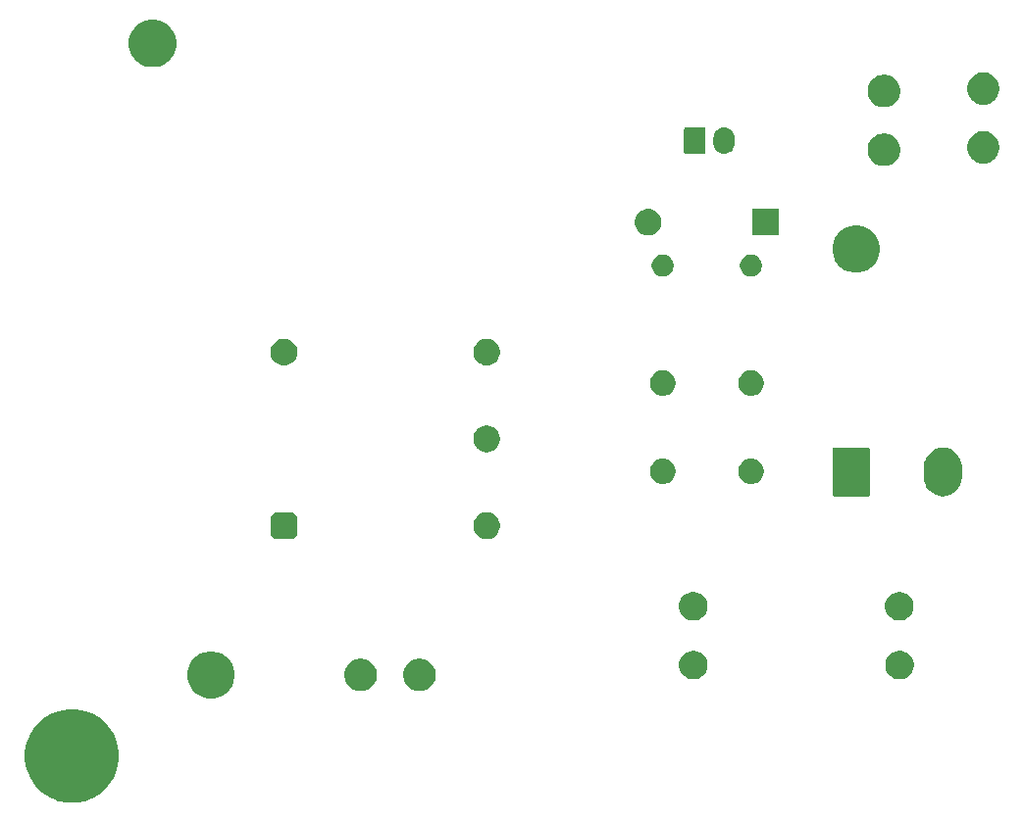
<source format=gbs>
G04 #@! TF.GenerationSoftware,KiCad,Pcbnew,(5.1.5-0-10_14)*
G04 #@! TF.CreationDate,2020-11-16T15:22:10+01:00*
G04 #@! TF.ProjectId,AC_board,41435f62-6f61-4726-942e-6b696361645f,v01*
G04 #@! TF.SameCoordinates,Original*
G04 #@! TF.FileFunction,Soldermask,Bot*
G04 #@! TF.FilePolarity,Negative*
%FSLAX46Y46*%
G04 Gerber Fmt 4.6, Leading zero omitted, Abs format (unit mm)*
G04 Created by KiCad (PCBNEW (5.1.5-0-10_14)) date 2020-11-16 15:22:10*
%MOMM*%
%LPD*%
G04 APERTURE LIST*
%ADD10C,0.100000*%
G04 APERTURE END LIST*
D10*
G36*
X76181632Y-115104677D02*
G01*
X76487005Y-115231167D01*
X76918868Y-115410050D01*
X77582362Y-115853383D01*
X78146617Y-116417638D01*
X78589950Y-117081132D01*
X78768833Y-117512995D01*
X78895323Y-117818368D01*
X79051000Y-118601010D01*
X79051000Y-119398990D01*
X78895323Y-120181632D01*
X78768833Y-120487005D01*
X78589950Y-120918868D01*
X78146617Y-121582362D01*
X77582362Y-122146617D01*
X76918868Y-122589950D01*
X76487005Y-122768833D01*
X76181632Y-122895323D01*
X75398990Y-123051000D01*
X74601010Y-123051000D01*
X73818368Y-122895323D01*
X73512995Y-122768833D01*
X73081132Y-122589950D01*
X72417638Y-122146617D01*
X71853383Y-121582362D01*
X71410050Y-120918868D01*
X71231167Y-120487005D01*
X71104677Y-120181632D01*
X70949000Y-119398990D01*
X70949000Y-118601010D01*
X71104677Y-117818368D01*
X71231167Y-117512995D01*
X71410050Y-117081132D01*
X71853383Y-116417638D01*
X72417638Y-115853383D01*
X73081132Y-115410050D01*
X73512995Y-115231167D01*
X73818368Y-115104677D01*
X74601010Y-114949000D01*
X75398990Y-114949000D01*
X76181632Y-115104677D01*
G37*
G36*
X87598254Y-110027818D02*
G01*
X87971511Y-110182426D01*
X87971513Y-110182427D01*
X88307436Y-110406884D01*
X88593116Y-110692564D01*
X88811400Y-111019248D01*
X88817574Y-111028489D01*
X88972182Y-111401746D01*
X89051000Y-111797993D01*
X89051000Y-112202007D01*
X88972182Y-112598254D01*
X88817574Y-112971511D01*
X88817573Y-112971513D01*
X88593116Y-113307436D01*
X88307436Y-113593116D01*
X87971513Y-113817573D01*
X87971512Y-113817574D01*
X87971511Y-113817574D01*
X87598254Y-113972182D01*
X87202007Y-114051000D01*
X86797993Y-114051000D01*
X86401746Y-113972182D01*
X86028489Y-113817574D01*
X86028488Y-113817574D01*
X86028487Y-113817573D01*
X85692564Y-113593116D01*
X85406884Y-113307436D01*
X85182427Y-112971513D01*
X85182426Y-112971511D01*
X85027818Y-112598254D01*
X84949000Y-112202007D01*
X84949000Y-111797993D01*
X85027818Y-111401746D01*
X85182426Y-111028489D01*
X85188601Y-111019248D01*
X85406884Y-110692564D01*
X85692564Y-110406884D01*
X86028487Y-110182427D01*
X86028489Y-110182426D01*
X86401746Y-110027818D01*
X86797993Y-109949000D01*
X87202007Y-109949000D01*
X87598254Y-110027818D01*
G37*
G36*
X100238433Y-110634893D02*
G01*
X100328657Y-110652839D01*
X100424561Y-110692564D01*
X100583621Y-110758449D01*
X100619451Y-110782390D01*
X100813086Y-110911772D01*
X101008228Y-111106914D01*
X101110675Y-111260237D01*
X101161551Y-111336379D01*
X101267161Y-111591344D01*
X101321000Y-111862012D01*
X101321000Y-112137988D01*
X101267161Y-112408656D01*
X101161551Y-112663621D01*
X101161550Y-112663622D01*
X101008228Y-112893086D01*
X100813086Y-113088228D01*
X100659763Y-113190675D01*
X100583621Y-113241551D01*
X100434267Y-113303415D01*
X100328657Y-113347161D01*
X100238433Y-113365107D01*
X100057988Y-113401000D01*
X99782012Y-113401000D01*
X99601567Y-113365107D01*
X99511343Y-113347161D01*
X99405733Y-113303415D01*
X99256379Y-113241551D01*
X99180237Y-113190675D01*
X99026914Y-113088228D01*
X98831772Y-112893086D01*
X98678450Y-112663622D01*
X98678449Y-112663621D01*
X98572839Y-112408656D01*
X98519000Y-112137988D01*
X98519000Y-111862012D01*
X98572839Y-111591344D01*
X98678449Y-111336379D01*
X98729325Y-111260237D01*
X98831772Y-111106914D01*
X99026914Y-110911772D01*
X99220549Y-110782390D01*
X99256379Y-110758449D01*
X99415439Y-110692564D01*
X99511343Y-110652839D01*
X99601567Y-110634893D01*
X99782012Y-110599000D01*
X100057988Y-110599000D01*
X100238433Y-110634893D01*
G37*
G36*
X105318433Y-110634893D02*
G01*
X105408657Y-110652839D01*
X105504561Y-110692564D01*
X105663621Y-110758449D01*
X105699451Y-110782390D01*
X105893086Y-110911772D01*
X106088228Y-111106914D01*
X106190675Y-111260237D01*
X106241551Y-111336379D01*
X106347161Y-111591344D01*
X106401000Y-111862012D01*
X106401000Y-112137988D01*
X106347161Y-112408656D01*
X106241551Y-112663621D01*
X106241550Y-112663622D01*
X106088228Y-112893086D01*
X105893086Y-113088228D01*
X105739763Y-113190675D01*
X105663621Y-113241551D01*
X105514267Y-113303415D01*
X105408657Y-113347161D01*
X105318433Y-113365107D01*
X105137988Y-113401000D01*
X104862012Y-113401000D01*
X104681567Y-113365107D01*
X104591343Y-113347161D01*
X104485733Y-113303415D01*
X104336379Y-113241551D01*
X104260237Y-113190675D01*
X104106914Y-113088228D01*
X103911772Y-112893086D01*
X103758450Y-112663622D01*
X103758449Y-112663621D01*
X103652839Y-112408656D01*
X103599000Y-112137988D01*
X103599000Y-111862012D01*
X103652839Y-111591344D01*
X103758449Y-111336379D01*
X103809325Y-111260237D01*
X103911772Y-111106914D01*
X104106914Y-110911772D01*
X104300549Y-110782390D01*
X104336379Y-110758449D01*
X104495439Y-110692564D01*
X104591343Y-110652839D01*
X104681567Y-110634893D01*
X104862012Y-110599000D01*
X105137988Y-110599000D01*
X105318433Y-110634893D01*
G37*
G36*
X146807610Y-109961114D02*
G01*
X146968650Y-110027819D01*
X147030729Y-110053533D01*
X147081269Y-110087303D01*
X147231529Y-110187703D01*
X147402297Y-110358471D01*
X147536468Y-110559273D01*
X147628886Y-110782390D01*
X147676000Y-111019248D01*
X147676000Y-111260752D01*
X147628886Y-111497610D01*
X147536468Y-111720727D01*
X147402297Y-111921529D01*
X147231529Y-112092297D01*
X147081269Y-112192697D01*
X147030729Y-112226467D01*
X147030728Y-112226468D01*
X147030727Y-112226468D01*
X146807610Y-112318886D01*
X146570752Y-112366000D01*
X146329248Y-112366000D01*
X146092390Y-112318886D01*
X145869273Y-112226468D01*
X145869272Y-112226468D01*
X145869271Y-112226467D01*
X145818731Y-112192697D01*
X145668471Y-112092297D01*
X145497703Y-111921529D01*
X145363532Y-111720727D01*
X145271114Y-111497610D01*
X145224000Y-111260752D01*
X145224000Y-111019248D01*
X145271114Y-110782390D01*
X145363532Y-110559273D01*
X145497703Y-110358471D01*
X145668471Y-110187703D01*
X145818731Y-110087303D01*
X145869271Y-110053533D01*
X145931350Y-110027819D01*
X146092390Y-109961114D01*
X146329248Y-109914000D01*
X146570752Y-109914000D01*
X146807610Y-109961114D01*
G37*
G36*
X129007610Y-109961114D02*
G01*
X129168650Y-110027819D01*
X129230729Y-110053533D01*
X129281269Y-110087303D01*
X129431529Y-110187703D01*
X129602297Y-110358471D01*
X129736468Y-110559273D01*
X129828886Y-110782390D01*
X129876000Y-111019248D01*
X129876000Y-111260752D01*
X129828886Y-111497610D01*
X129736468Y-111720727D01*
X129602297Y-111921529D01*
X129431529Y-112092297D01*
X129281269Y-112192697D01*
X129230729Y-112226467D01*
X129230728Y-112226468D01*
X129230727Y-112226468D01*
X129007610Y-112318886D01*
X128770752Y-112366000D01*
X128529248Y-112366000D01*
X128292390Y-112318886D01*
X128069273Y-112226468D01*
X128069272Y-112226468D01*
X128069271Y-112226467D01*
X128018731Y-112192697D01*
X127868471Y-112092297D01*
X127697703Y-111921529D01*
X127563532Y-111720727D01*
X127471114Y-111497610D01*
X127424000Y-111260752D01*
X127424000Y-111019248D01*
X127471114Y-110782390D01*
X127563532Y-110559273D01*
X127697703Y-110358471D01*
X127868471Y-110187703D01*
X128018731Y-110087303D01*
X128069271Y-110053533D01*
X128131350Y-110027819D01*
X128292390Y-109961114D01*
X128529248Y-109914000D01*
X128770752Y-109914000D01*
X129007610Y-109961114D01*
G37*
G36*
X146787610Y-104881114D02*
G01*
X147010727Y-104973532D01*
X147010729Y-104973533D01*
X147061269Y-105007303D01*
X147211529Y-105107703D01*
X147382297Y-105278471D01*
X147516468Y-105479273D01*
X147608886Y-105702390D01*
X147656000Y-105939248D01*
X147656000Y-106180752D01*
X147608886Y-106417610D01*
X147516468Y-106640727D01*
X147382297Y-106841529D01*
X147211529Y-107012297D01*
X147061269Y-107112697D01*
X147010729Y-107146467D01*
X147010728Y-107146468D01*
X147010727Y-107146468D01*
X146787610Y-107238886D01*
X146550752Y-107286000D01*
X146309248Y-107286000D01*
X146072390Y-107238886D01*
X145849273Y-107146468D01*
X145849272Y-107146468D01*
X145849271Y-107146467D01*
X145798731Y-107112697D01*
X145648471Y-107012297D01*
X145477703Y-106841529D01*
X145343532Y-106640727D01*
X145251114Y-106417610D01*
X145204000Y-106180752D01*
X145204000Y-105939248D01*
X145251114Y-105702390D01*
X145343532Y-105479273D01*
X145477703Y-105278471D01*
X145648471Y-105107703D01*
X145798731Y-105007303D01*
X145849271Y-104973533D01*
X145849273Y-104973532D01*
X146072390Y-104881114D01*
X146309248Y-104834000D01*
X146550752Y-104834000D01*
X146787610Y-104881114D01*
G37*
G36*
X128987610Y-104881114D02*
G01*
X129210727Y-104973532D01*
X129210729Y-104973533D01*
X129261269Y-105007303D01*
X129411529Y-105107703D01*
X129582297Y-105278471D01*
X129716468Y-105479273D01*
X129808886Y-105702390D01*
X129856000Y-105939248D01*
X129856000Y-106180752D01*
X129808886Y-106417610D01*
X129716468Y-106640727D01*
X129582297Y-106841529D01*
X129411529Y-107012297D01*
X129261269Y-107112697D01*
X129210729Y-107146467D01*
X129210728Y-107146468D01*
X129210727Y-107146468D01*
X128987610Y-107238886D01*
X128750752Y-107286000D01*
X128509248Y-107286000D01*
X128272390Y-107238886D01*
X128049273Y-107146468D01*
X128049272Y-107146468D01*
X128049271Y-107146467D01*
X127998731Y-107112697D01*
X127848471Y-107012297D01*
X127677703Y-106841529D01*
X127543532Y-106640727D01*
X127451114Y-106417610D01*
X127404000Y-106180752D01*
X127404000Y-105939248D01*
X127451114Y-105702390D01*
X127543532Y-105479273D01*
X127677703Y-105278471D01*
X127848471Y-105107703D01*
X127998731Y-105007303D01*
X128049271Y-104973533D01*
X128049273Y-104973532D01*
X128272390Y-104881114D01*
X128509248Y-104834000D01*
X128750752Y-104834000D01*
X128987610Y-104881114D01*
G37*
G36*
X111024549Y-97971116D02*
G01*
X111135734Y-97993232D01*
X111345203Y-98079997D01*
X111533720Y-98205960D01*
X111694040Y-98366280D01*
X111820003Y-98554797D01*
X111906768Y-98764266D01*
X111951000Y-98986636D01*
X111951000Y-99213364D01*
X111906768Y-99435734D01*
X111820003Y-99645203D01*
X111694040Y-99833720D01*
X111533720Y-99994040D01*
X111345203Y-100120003D01*
X111135734Y-100206768D01*
X111024549Y-100228884D01*
X110913365Y-100251000D01*
X110686635Y-100251000D01*
X110575451Y-100228884D01*
X110464266Y-100206768D01*
X110254797Y-100120003D01*
X110066280Y-99994040D01*
X109905960Y-99833720D01*
X109779997Y-99645203D01*
X109693232Y-99435734D01*
X109649000Y-99213364D01*
X109649000Y-98986636D01*
X109693232Y-98764266D01*
X109779997Y-98554797D01*
X109905960Y-98366280D01*
X110066280Y-98205960D01*
X110254797Y-98079997D01*
X110464266Y-97993232D01*
X110575451Y-97971116D01*
X110686635Y-97949000D01*
X110913365Y-97949000D01*
X111024549Y-97971116D01*
G37*
G36*
X94037961Y-97959450D02*
G01*
X94134088Y-97988610D01*
X94222670Y-98035958D01*
X94300318Y-98099682D01*
X94364042Y-98177330D01*
X94411390Y-98265912D01*
X94440550Y-98362039D01*
X94451000Y-98468140D01*
X94451000Y-99731860D01*
X94440550Y-99837961D01*
X94411390Y-99934088D01*
X94364042Y-100022670D01*
X94300318Y-100100318D01*
X94222670Y-100164042D01*
X94134088Y-100211390D01*
X94037961Y-100240550D01*
X93931860Y-100251000D01*
X92668140Y-100251000D01*
X92562039Y-100240550D01*
X92465912Y-100211390D01*
X92377330Y-100164042D01*
X92299682Y-100100318D01*
X92235958Y-100022670D01*
X92188610Y-99934088D01*
X92159450Y-99837961D01*
X92149000Y-99731860D01*
X92149000Y-98468140D01*
X92159450Y-98362039D01*
X92188610Y-98265912D01*
X92235958Y-98177330D01*
X92299682Y-98099682D01*
X92377330Y-98035958D01*
X92465912Y-97988610D01*
X92562039Y-97959450D01*
X92668140Y-97949000D01*
X93931860Y-97949000D01*
X94037961Y-97959450D01*
G37*
G36*
X150509729Y-92392599D02*
G01*
X150817178Y-92485863D01*
X151100514Y-92637309D01*
X151100517Y-92637311D01*
X151100518Y-92637312D01*
X151348871Y-92841129D01*
X151348873Y-92841132D01*
X151552689Y-93089482D01*
X151704137Y-93372821D01*
X151797401Y-93680270D01*
X151821000Y-93919878D01*
X151821000Y-95020121D01*
X151797401Y-95259730D01*
X151704137Y-95567179D01*
X151552689Y-95850518D01*
X151348871Y-96098871D01*
X151100518Y-96302689D01*
X150817179Y-96454137D01*
X150509730Y-96547401D01*
X150190000Y-96578891D01*
X149870271Y-96547401D01*
X149562822Y-96454137D01*
X149279483Y-96302689D01*
X149031130Y-96098871D01*
X148827312Y-95850519D01*
X148756180Y-95717441D01*
X148675863Y-95567179D01*
X148582599Y-95259730D01*
X148559000Y-95020122D01*
X148559000Y-93919879D01*
X148582599Y-93680271D01*
X148675863Y-93372822D01*
X148827309Y-93089486D01*
X148827313Y-93089481D01*
X149031129Y-92841129D01*
X149279481Y-92637312D01*
X149279480Y-92637312D01*
X149279482Y-92637311D01*
X149562821Y-92485863D01*
X149870270Y-92392599D01*
X150190000Y-92361109D01*
X150509729Y-92392599D01*
G37*
G36*
X143777850Y-92372530D02*
G01*
X143806413Y-92381194D01*
X143832734Y-92395263D01*
X143855804Y-92414196D01*
X143874737Y-92437266D01*
X143888806Y-92463587D01*
X143897470Y-92492150D01*
X143901000Y-92527990D01*
X143901000Y-96412010D01*
X143897470Y-96447850D01*
X143888806Y-96476413D01*
X143874737Y-96502734D01*
X143855804Y-96525804D01*
X143832734Y-96544737D01*
X143806413Y-96558806D01*
X143777850Y-96567470D01*
X143742010Y-96571000D01*
X140797990Y-96571000D01*
X140762150Y-96567470D01*
X140733587Y-96558806D01*
X140707266Y-96544737D01*
X140684196Y-96525804D01*
X140665263Y-96502734D01*
X140651194Y-96476413D01*
X140642530Y-96447850D01*
X140639000Y-96412010D01*
X140639000Y-92527990D01*
X140642530Y-92492150D01*
X140651194Y-92463587D01*
X140665263Y-92437266D01*
X140684196Y-92414196D01*
X140707266Y-92395263D01*
X140733587Y-92381194D01*
X140762150Y-92372530D01*
X140797990Y-92369000D01*
X143742010Y-92369000D01*
X143777850Y-92372530D01*
G37*
G36*
X133834794Y-93320155D02*
G01*
X133941150Y-93341311D01*
X134017231Y-93372825D01*
X134141520Y-93424307D01*
X134321844Y-93544795D01*
X134475205Y-93698156D01*
X134595693Y-93878480D01*
X134678689Y-94078851D01*
X134721000Y-94291560D01*
X134721000Y-94508440D01*
X134678689Y-94721149D01*
X134595693Y-94921520D01*
X134475205Y-95101844D01*
X134321844Y-95255205D01*
X134141520Y-95375693D01*
X133941150Y-95458689D01*
X133834794Y-95479845D01*
X133728440Y-95501000D01*
X133511560Y-95501000D01*
X133405205Y-95479844D01*
X133298850Y-95458689D01*
X133098480Y-95375693D01*
X132918156Y-95255205D01*
X132764795Y-95101844D01*
X132644307Y-94921520D01*
X132561311Y-94721149D01*
X132519000Y-94508440D01*
X132519000Y-94291560D01*
X132561311Y-94078851D01*
X132644307Y-93878480D01*
X132764795Y-93698156D01*
X132918156Y-93544795D01*
X133098480Y-93424307D01*
X133222769Y-93372825D01*
X133298850Y-93341311D01*
X133405206Y-93320155D01*
X133511560Y-93299000D01*
X133728440Y-93299000D01*
X133834794Y-93320155D01*
G37*
G36*
X126214794Y-93320155D02*
G01*
X126321150Y-93341311D01*
X126397231Y-93372825D01*
X126521520Y-93424307D01*
X126701844Y-93544795D01*
X126855205Y-93698156D01*
X126975693Y-93878480D01*
X127058689Y-94078851D01*
X127101000Y-94291560D01*
X127101000Y-94508440D01*
X127058689Y-94721149D01*
X126975693Y-94921520D01*
X126855205Y-95101844D01*
X126701844Y-95255205D01*
X126521520Y-95375693D01*
X126321150Y-95458689D01*
X126214794Y-95479845D01*
X126108440Y-95501000D01*
X125891560Y-95501000D01*
X125785205Y-95479844D01*
X125678850Y-95458689D01*
X125478480Y-95375693D01*
X125298156Y-95255205D01*
X125144795Y-95101844D01*
X125024307Y-94921520D01*
X124941311Y-94721149D01*
X124899000Y-94508440D01*
X124899000Y-94291560D01*
X124941311Y-94078851D01*
X125024307Y-93878480D01*
X125144795Y-93698156D01*
X125298156Y-93544795D01*
X125478480Y-93424307D01*
X125602769Y-93372825D01*
X125678850Y-93341311D01*
X125785206Y-93320155D01*
X125891560Y-93299000D01*
X126108440Y-93299000D01*
X126214794Y-93320155D01*
G37*
G36*
X111024549Y-90471116D02*
G01*
X111135734Y-90493232D01*
X111345203Y-90579997D01*
X111533720Y-90705960D01*
X111694040Y-90866280D01*
X111820003Y-91054797D01*
X111906768Y-91264266D01*
X111951000Y-91486636D01*
X111951000Y-91713364D01*
X111906768Y-91935734D01*
X111820003Y-92145203D01*
X111694040Y-92333720D01*
X111533720Y-92494040D01*
X111345203Y-92620003D01*
X111345202Y-92620004D01*
X111345201Y-92620004D01*
X111283850Y-92645416D01*
X111135734Y-92706768D01*
X111024549Y-92728884D01*
X110913365Y-92751000D01*
X110686635Y-92751000D01*
X110575451Y-92728884D01*
X110464266Y-92706768D01*
X110316150Y-92645416D01*
X110254799Y-92620004D01*
X110254798Y-92620004D01*
X110254797Y-92620003D01*
X110066280Y-92494040D01*
X109905960Y-92333720D01*
X109779997Y-92145203D01*
X109693232Y-91935734D01*
X109649000Y-91713364D01*
X109649000Y-91486636D01*
X109693232Y-91264266D01*
X109779997Y-91054797D01*
X109905960Y-90866280D01*
X110066280Y-90705960D01*
X110254797Y-90579997D01*
X110464266Y-90493232D01*
X110575451Y-90471116D01*
X110686635Y-90449000D01*
X110913365Y-90449000D01*
X111024549Y-90471116D01*
G37*
G36*
X126214794Y-85700155D02*
G01*
X126321150Y-85721311D01*
X126421334Y-85762809D01*
X126521520Y-85804307D01*
X126701844Y-85924795D01*
X126855205Y-86078156D01*
X126975693Y-86258480D01*
X127058689Y-86458851D01*
X127101000Y-86671560D01*
X127101000Y-86888440D01*
X127058689Y-87101149D01*
X126975693Y-87301520D01*
X126855205Y-87481844D01*
X126701844Y-87635205D01*
X126521520Y-87755693D01*
X126421334Y-87797191D01*
X126321150Y-87838689D01*
X126214794Y-87859845D01*
X126108440Y-87881000D01*
X125891560Y-87881000D01*
X125785206Y-87859845D01*
X125678850Y-87838689D01*
X125578666Y-87797191D01*
X125478480Y-87755693D01*
X125298156Y-87635205D01*
X125144795Y-87481844D01*
X125024307Y-87301520D01*
X124941311Y-87101149D01*
X124899000Y-86888440D01*
X124899000Y-86671560D01*
X124941311Y-86458851D01*
X125024307Y-86258480D01*
X125144795Y-86078156D01*
X125298156Y-85924795D01*
X125478480Y-85804307D01*
X125678850Y-85721311D01*
X125785206Y-85700155D01*
X125891560Y-85679000D01*
X126108440Y-85679000D01*
X126214794Y-85700155D01*
G37*
G36*
X133834794Y-85700155D02*
G01*
X133941150Y-85721311D01*
X134041334Y-85762809D01*
X134141520Y-85804307D01*
X134321844Y-85924795D01*
X134475205Y-86078156D01*
X134595693Y-86258480D01*
X134678689Y-86458851D01*
X134721000Y-86671560D01*
X134721000Y-86888440D01*
X134678689Y-87101149D01*
X134595693Y-87301520D01*
X134475205Y-87481844D01*
X134321844Y-87635205D01*
X134141520Y-87755693D01*
X134041334Y-87797191D01*
X133941150Y-87838689D01*
X133834794Y-87859845D01*
X133728440Y-87881000D01*
X133511560Y-87881000D01*
X133405206Y-87859845D01*
X133298850Y-87838689D01*
X133198666Y-87797191D01*
X133098480Y-87755693D01*
X132918156Y-87635205D01*
X132764795Y-87481844D01*
X132644307Y-87301520D01*
X132561311Y-87101149D01*
X132519000Y-86888440D01*
X132519000Y-86671560D01*
X132561311Y-86458851D01*
X132644307Y-86258480D01*
X132764795Y-86078156D01*
X132918156Y-85924795D01*
X133098480Y-85804307D01*
X133298850Y-85721311D01*
X133405206Y-85700155D01*
X133511560Y-85679000D01*
X133728440Y-85679000D01*
X133834794Y-85700155D01*
G37*
G36*
X93524549Y-82971116D02*
G01*
X93635734Y-82993232D01*
X93845203Y-83079997D01*
X94033720Y-83205960D01*
X94194040Y-83366280D01*
X94320003Y-83554797D01*
X94406768Y-83764266D01*
X94451000Y-83986636D01*
X94451000Y-84213364D01*
X94406768Y-84435734D01*
X94320003Y-84645203D01*
X94194040Y-84833720D01*
X94033720Y-84994040D01*
X93845203Y-85120003D01*
X93635734Y-85206768D01*
X93524549Y-85228884D01*
X93413365Y-85251000D01*
X93186635Y-85251000D01*
X93075451Y-85228884D01*
X92964266Y-85206768D01*
X92754797Y-85120003D01*
X92566280Y-84994040D01*
X92405960Y-84833720D01*
X92279997Y-84645203D01*
X92193232Y-84435734D01*
X92149000Y-84213364D01*
X92149000Y-83986636D01*
X92193232Y-83764266D01*
X92279997Y-83554797D01*
X92405960Y-83366280D01*
X92566280Y-83205960D01*
X92754797Y-83079997D01*
X92964266Y-82993232D01*
X93075451Y-82971116D01*
X93186635Y-82949000D01*
X93413365Y-82949000D01*
X93524549Y-82971116D01*
G37*
G36*
X111024549Y-82971116D02*
G01*
X111135734Y-82993232D01*
X111345203Y-83079997D01*
X111533720Y-83205960D01*
X111694040Y-83366280D01*
X111820003Y-83554797D01*
X111906768Y-83764266D01*
X111951000Y-83986636D01*
X111951000Y-84213364D01*
X111906768Y-84435734D01*
X111820003Y-84645203D01*
X111694040Y-84833720D01*
X111533720Y-84994040D01*
X111345203Y-85120003D01*
X111135734Y-85206768D01*
X111024549Y-85228884D01*
X110913365Y-85251000D01*
X110686635Y-85251000D01*
X110575451Y-85228884D01*
X110464266Y-85206768D01*
X110254797Y-85120003D01*
X110066280Y-84994040D01*
X109905960Y-84833720D01*
X109779997Y-84645203D01*
X109693232Y-84435734D01*
X109649000Y-84213364D01*
X109649000Y-83986636D01*
X109693232Y-83764266D01*
X109779997Y-83554797D01*
X109905960Y-83366280D01*
X110066280Y-83205960D01*
X110254797Y-83079997D01*
X110464266Y-82993232D01*
X110575451Y-82971116D01*
X110686635Y-82949000D01*
X110913365Y-82949000D01*
X111024549Y-82971116D01*
G37*
G36*
X133897395Y-75705546D02*
G01*
X134070466Y-75777234D01*
X134086960Y-75788255D01*
X134226227Y-75881310D01*
X134358690Y-76013773D01*
X134358691Y-76013775D01*
X134462766Y-76169534D01*
X134534454Y-76342605D01*
X134571000Y-76526333D01*
X134571000Y-76713667D01*
X134534454Y-76897395D01*
X134462766Y-77070466D01*
X134462765Y-77070467D01*
X134358690Y-77226227D01*
X134226227Y-77358690D01*
X134147818Y-77411081D01*
X134070466Y-77462766D01*
X133897395Y-77534454D01*
X133713667Y-77571000D01*
X133526333Y-77571000D01*
X133342605Y-77534454D01*
X133169534Y-77462766D01*
X133092182Y-77411081D01*
X133013773Y-77358690D01*
X132881310Y-77226227D01*
X132777235Y-77070467D01*
X132777234Y-77070466D01*
X132705546Y-76897395D01*
X132669000Y-76713667D01*
X132669000Y-76526333D01*
X132705546Y-76342605D01*
X132777234Y-76169534D01*
X132881309Y-76013775D01*
X132881310Y-76013773D01*
X133013773Y-75881310D01*
X133153040Y-75788255D01*
X133169534Y-75777234D01*
X133342605Y-75705546D01*
X133526333Y-75669000D01*
X133713667Y-75669000D01*
X133897395Y-75705546D01*
G37*
G36*
X126277395Y-75705546D02*
G01*
X126450466Y-75777234D01*
X126466960Y-75788255D01*
X126606227Y-75881310D01*
X126738690Y-76013773D01*
X126738691Y-76013775D01*
X126842766Y-76169534D01*
X126914454Y-76342605D01*
X126951000Y-76526333D01*
X126951000Y-76713667D01*
X126914454Y-76897395D01*
X126842766Y-77070466D01*
X126842765Y-77070467D01*
X126738690Y-77226227D01*
X126606227Y-77358690D01*
X126527818Y-77411081D01*
X126450466Y-77462766D01*
X126277395Y-77534454D01*
X126093667Y-77571000D01*
X125906333Y-77571000D01*
X125722605Y-77534454D01*
X125549534Y-77462766D01*
X125472182Y-77411081D01*
X125393773Y-77358690D01*
X125261310Y-77226227D01*
X125157235Y-77070467D01*
X125157234Y-77070466D01*
X125085546Y-76897395D01*
X125049000Y-76713667D01*
X125049000Y-76526333D01*
X125085546Y-76342605D01*
X125157234Y-76169534D01*
X125261309Y-76013775D01*
X125261310Y-76013773D01*
X125393773Y-75881310D01*
X125533040Y-75788255D01*
X125549534Y-75777234D01*
X125722605Y-75705546D01*
X125906333Y-75669000D01*
X126093667Y-75669000D01*
X126277395Y-75705546D01*
G37*
G36*
X143298254Y-73217818D02*
G01*
X143671511Y-73372426D01*
X143671513Y-73372427D01*
X144002699Y-73593719D01*
X144007436Y-73596884D01*
X144293116Y-73882564D01*
X144517574Y-74218489D01*
X144672182Y-74591746D01*
X144751000Y-74987993D01*
X144751000Y-75392007D01*
X144672182Y-75788254D01*
X144578769Y-76013773D01*
X144517573Y-76161513D01*
X144293116Y-76497436D01*
X144007436Y-76783116D01*
X143671513Y-77007573D01*
X143671512Y-77007574D01*
X143671511Y-77007574D01*
X143298254Y-77162182D01*
X142902007Y-77241000D01*
X142497993Y-77241000D01*
X142101746Y-77162182D01*
X141728489Y-77007574D01*
X141728488Y-77007574D01*
X141728487Y-77007573D01*
X141392564Y-76783116D01*
X141106884Y-76497436D01*
X140882427Y-76161513D01*
X140821231Y-76013773D01*
X140727818Y-75788254D01*
X140649000Y-75392007D01*
X140649000Y-74987993D01*
X140727818Y-74591746D01*
X140882426Y-74218489D01*
X141106884Y-73882564D01*
X141392564Y-73596884D01*
X141397301Y-73593719D01*
X141728487Y-73372427D01*
X141728489Y-73372426D01*
X142101746Y-73217818D01*
X142497993Y-73139000D01*
X142902007Y-73139000D01*
X143298254Y-73217818D01*
G37*
G36*
X124954549Y-71731116D02*
G01*
X125065734Y-71753232D01*
X125275203Y-71839997D01*
X125463720Y-71965960D01*
X125624040Y-72126280D01*
X125750003Y-72314797D01*
X125836768Y-72524266D01*
X125881000Y-72746636D01*
X125881000Y-72973364D01*
X125836768Y-73195734D01*
X125750003Y-73405203D01*
X125624040Y-73593720D01*
X125463720Y-73754040D01*
X125275203Y-73880003D01*
X125275202Y-73880004D01*
X125275201Y-73880004D01*
X125213850Y-73905416D01*
X125065734Y-73966768D01*
X124954549Y-73988884D01*
X124843365Y-74011000D01*
X124616635Y-74011000D01*
X124505451Y-73988884D01*
X124394266Y-73966768D01*
X124246150Y-73905416D01*
X124184799Y-73880004D01*
X124184798Y-73880004D01*
X124184797Y-73880003D01*
X123996280Y-73754040D01*
X123835960Y-73593720D01*
X123709997Y-73405203D01*
X123623232Y-73195734D01*
X123579000Y-72973364D01*
X123579000Y-72746636D01*
X123623232Y-72524266D01*
X123709997Y-72314797D01*
X123835960Y-72126280D01*
X123996280Y-71965960D01*
X124184797Y-71839997D01*
X124394266Y-71753232D01*
X124505451Y-71731116D01*
X124616635Y-71709000D01*
X124843365Y-71709000D01*
X124954549Y-71731116D01*
G37*
G36*
X136041000Y-74011000D02*
G01*
X133739000Y-74011000D01*
X133739000Y-71709000D01*
X136041000Y-71709000D01*
X136041000Y-74011000D01*
G37*
G36*
X145408433Y-65254893D02*
G01*
X145498657Y-65272839D01*
X145604267Y-65316585D01*
X145753621Y-65378449D01*
X145753622Y-65378450D01*
X145983086Y-65531772D01*
X146178228Y-65726914D01*
X146280675Y-65880237D01*
X146331551Y-65956379D01*
X146437161Y-66211344D01*
X146491000Y-66482012D01*
X146491000Y-66757988D01*
X146464218Y-66892632D01*
X146437161Y-67028657D01*
X146393415Y-67134267D01*
X146331551Y-67283621D01*
X146318545Y-67303086D01*
X146178228Y-67513086D01*
X145983086Y-67708228D01*
X145909852Y-67757161D01*
X145753621Y-67861551D01*
X145604267Y-67923415D01*
X145498657Y-67967161D01*
X145408433Y-67985107D01*
X145227988Y-68021000D01*
X144952012Y-68021000D01*
X144771567Y-67985107D01*
X144681343Y-67967161D01*
X144575733Y-67923415D01*
X144426379Y-67861551D01*
X144270148Y-67757161D01*
X144196914Y-67708228D01*
X144001772Y-67513086D01*
X143861455Y-67303086D01*
X143848449Y-67283621D01*
X143786585Y-67134267D01*
X143742839Y-67028657D01*
X143715782Y-66892632D01*
X143689000Y-66757988D01*
X143689000Y-66482012D01*
X143742839Y-66211344D01*
X143848449Y-65956379D01*
X143899325Y-65880237D01*
X144001772Y-65726914D01*
X144196914Y-65531772D01*
X144426378Y-65378450D01*
X144426379Y-65378449D01*
X144575733Y-65316585D01*
X144681343Y-65272839D01*
X144771567Y-65254893D01*
X144952012Y-65219000D01*
X145227988Y-65219000D01*
X145408433Y-65254893D01*
G37*
G36*
X153988433Y-65044893D02*
G01*
X154078657Y-65062839D01*
X154184267Y-65106585D01*
X154333621Y-65168449D01*
X154333622Y-65168450D01*
X154563086Y-65321772D01*
X154758228Y-65516914D01*
X154860675Y-65670237D01*
X154911551Y-65746379D01*
X154973415Y-65895733D01*
X154998536Y-65956378D01*
X155017161Y-66001344D01*
X155071000Y-66272012D01*
X155071000Y-66547988D01*
X155017161Y-66818656D01*
X154911551Y-67073621D01*
X154911550Y-67073622D01*
X154758228Y-67303086D01*
X154563086Y-67498228D01*
X154409763Y-67600675D01*
X154333621Y-67651551D01*
X154196791Y-67708228D01*
X154078657Y-67757161D01*
X153988433Y-67775107D01*
X153807988Y-67811000D01*
X153532012Y-67811000D01*
X153351567Y-67775107D01*
X153261343Y-67757161D01*
X153143209Y-67708228D01*
X153006379Y-67651551D01*
X152930237Y-67600675D01*
X152776914Y-67498228D01*
X152581772Y-67303086D01*
X152428450Y-67073622D01*
X152428449Y-67073621D01*
X152322839Y-66818656D01*
X152269000Y-66547988D01*
X152269000Y-66272012D01*
X152322839Y-66001344D01*
X152341465Y-65956378D01*
X152366585Y-65895733D01*
X152428449Y-65746379D01*
X152479325Y-65670237D01*
X152581772Y-65516914D01*
X152776914Y-65321772D01*
X153006378Y-65168450D01*
X153006379Y-65168449D01*
X153155733Y-65106585D01*
X153261343Y-65062839D01*
X153351567Y-65044893D01*
X153532012Y-65009000D01*
X153807988Y-65009000D01*
X153988433Y-65044893D01*
G37*
G36*
X131480547Y-64682326D02*
G01*
X131654156Y-64734990D01*
X131654158Y-64734991D01*
X131814155Y-64820511D01*
X131954397Y-64935603D01*
X132033729Y-65032271D01*
X132069489Y-65075844D01*
X132155010Y-65235843D01*
X132207674Y-65409452D01*
X132221000Y-65544756D01*
X132221000Y-66095243D01*
X132207674Y-66230548D01*
X132155010Y-66404157D01*
X132069489Y-66564156D01*
X132033729Y-66607729D01*
X131954397Y-66704397D01*
X131889095Y-66757988D01*
X131814156Y-66819489D01*
X131654157Y-66905010D01*
X131480548Y-66957674D01*
X131300000Y-66975456D01*
X131119453Y-66957674D01*
X130945844Y-66905010D01*
X130785845Y-66819489D01*
X130710906Y-66757988D01*
X130645604Y-66704397D01*
X130530513Y-66564157D01*
X130530512Y-66564155D01*
X130444990Y-66404157D01*
X130392326Y-66230548D01*
X130379000Y-66095244D01*
X130379000Y-65544757D01*
X130392326Y-65409453D01*
X130444990Y-65235844D01*
X130530511Y-65075845D01*
X130541185Y-65062839D01*
X130645603Y-64935603D01*
X130771388Y-64832375D01*
X130785844Y-64820511D01*
X130945843Y-64734990D01*
X131119452Y-64682326D01*
X131300000Y-64664544D01*
X131480547Y-64682326D01*
G37*
G36*
X129539561Y-64672966D02*
G01*
X129572383Y-64682923D01*
X129602632Y-64699092D01*
X129629148Y-64720852D01*
X129650908Y-64747368D01*
X129667077Y-64777617D01*
X129677034Y-64810439D01*
X129681000Y-64850713D01*
X129681000Y-66789287D01*
X129677034Y-66829561D01*
X129667077Y-66862383D01*
X129650908Y-66892632D01*
X129629148Y-66919148D01*
X129602632Y-66940908D01*
X129572383Y-66957077D01*
X129539561Y-66967034D01*
X129499287Y-66971000D01*
X128020713Y-66971000D01*
X127980439Y-66967034D01*
X127947617Y-66957077D01*
X127917368Y-66940908D01*
X127890852Y-66919148D01*
X127869092Y-66892632D01*
X127852923Y-66862383D01*
X127842966Y-66829561D01*
X127839000Y-66789287D01*
X127839000Y-64850713D01*
X127842966Y-64810439D01*
X127852923Y-64777617D01*
X127869092Y-64747368D01*
X127890852Y-64720852D01*
X127917368Y-64699092D01*
X127947617Y-64682923D01*
X127980439Y-64672966D01*
X128020713Y-64669000D01*
X129499287Y-64669000D01*
X129539561Y-64672966D01*
G37*
G36*
X145408433Y-60174893D02*
G01*
X145498657Y-60192839D01*
X145604267Y-60236585D01*
X145753621Y-60298449D01*
X145753622Y-60298450D01*
X145983086Y-60451772D01*
X146178228Y-60646914D01*
X146280675Y-60800237D01*
X146331551Y-60876379D01*
X146350176Y-60921344D01*
X146437161Y-61131343D01*
X146491000Y-61402014D01*
X146491000Y-61677986D01*
X146437161Y-61948657D01*
X146393415Y-62054267D01*
X146331551Y-62203621D01*
X146318545Y-62223086D01*
X146178228Y-62433086D01*
X145983086Y-62628228D01*
X145909852Y-62677161D01*
X145753621Y-62781551D01*
X145604267Y-62843415D01*
X145498657Y-62887161D01*
X145408433Y-62905107D01*
X145227988Y-62941000D01*
X144952012Y-62941000D01*
X144771567Y-62905107D01*
X144681343Y-62887161D01*
X144575733Y-62843415D01*
X144426379Y-62781551D01*
X144270148Y-62677161D01*
X144196914Y-62628228D01*
X144001772Y-62433086D01*
X143861455Y-62223086D01*
X143848449Y-62203621D01*
X143786585Y-62054267D01*
X143742839Y-61948657D01*
X143689000Y-61677986D01*
X143689000Y-61402014D01*
X143742839Y-61131343D01*
X143829824Y-60921344D01*
X143848449Y-60876379D01*
X143899325Y-60800237D01*
X144001772Y-60646914D01*
X144196914Y-60451772D01*
X144426378Y-60298450D01*
X144426379Y-60298449D01*
X144575733Y-60236585D01*
X144681343Y-60192839D01*
X144771567Y-60174893D01*
X144952012Y-60139000D01*
X145227988Y-60139000D01*
X145408433Y-60174893D01*
G37*
G36*
X153988433Y-59964893D02*
G01*
X154078657Y-59982839D01*
X154184267Y-60026585D01*
X154333621Y-60088449D01*
X154333622Y-60088450D01*
X154563086Y-60241772D01*
X154758228Y-60436914D01*
X154860675Y-60590237D01*
X154911551Y-60666379D01*
X154973415Y-60815733D01*
X154998536Y-60876378D01*
X155017161Y-60921344D01*
X155071000Y-61192012D01*
X155071000Y-61467988D01*
X155017161Y-61738656D01*
X154911551Y-61993621D01*
X154911550Y-61993622D01*
X154758228Y-62223086D01*
X154563086Y-62418228D01*
X154409763Y-62520675D01*
X154333621Y-62571551D01*
X154196791Y-62628228D01*
X154078657Y-62677161D01*
X153988433Y-62695107D01*
X153807988Y-62731000D01*
X153532012Y-62731000D01*
X153351567Y-62695107D01*
X153261343Y-62677161D01*
X153143209Y-62628228D01*
X153006379Y-62571551D01*
X152930237Y-62520675D01*
X152776914Y-62418228D01*
X152581772Y-62223086D01*
X152428450Y-61993622D01*
X152428449Y-61993621D01*
X152322839Y-61738656D01*
X152269000Y-61467988D01*
X152269000Y-61192012D01*
X152322839Y-60921344D01*
X152341465Y-60876378D01*
X152366585Y-60815733D01*
X152428449Y-60666379D01*
X152479325Y-60590237D01*
X152581772Y-60436914D01*
X152776914Y-60241772D01*
X153006378Y-60088450D01*
X153006379Y-60088449D01*
X153155733Y-60026585D01*
X153261343Y-59982839D01*
X153351567Y-59964893D01*
X153532012Y-59929000D01*
X153807988Y-59929000D01*
X153988433Y-59964893D01*
G37*
G36*
X82558254Y-55447818D02*
G01*
X82931511Y-55602426D01*
X82931513Y-55602427D01*
X83267436Y-55826884D01*
X83553116Y-56112564D01*
X83777574Y-56448489D01*
X83932182Y-56821746D01*
X84011000Y-57217993D01*
X84011000Y-57622007D01*
X83932182Y-58018254D01*
X83777574Y-58391511D01*
X83777573Y-58391513D01*
X83553116Y-58727436D01*
X83267436Y-59013116D01*
X82931513Y-59237573D01*
X82931512Y-59237574D01*
X82931511Y-59237574D01*
X82558254Y-59392182D01*
X82162007Y-59471000D01*
X81757993Y-59471000D01*
X81361746Y-59392182D01*
X80988489Y-59237574D01*
X80988488Y-59237574D01*
X80988487Y-59237573D01*
X80652564Y-59013116D01*
X80366884Y-58727436D01*
X80142427Y-58391513D01*
X80142426Y-58391511D01*
X79987818Y-58018254D01*
X79909000Y-57622007D01*
X79909000Y-57217993D01*
X79987818Y-56821746D01*
X80142426Y-56448489D01*
X80366884Y-56112564D01*
X80652564Y-55826884D01*
X80988487Y-55602427D01*
X80988489Y-55602426D01*
X81361746Y-55447818D01*
X81757993Y-55369000D01*
X82162007Y-55369000D01*
X82558254Y-55447818D01*
G37*
M02*

</source>
